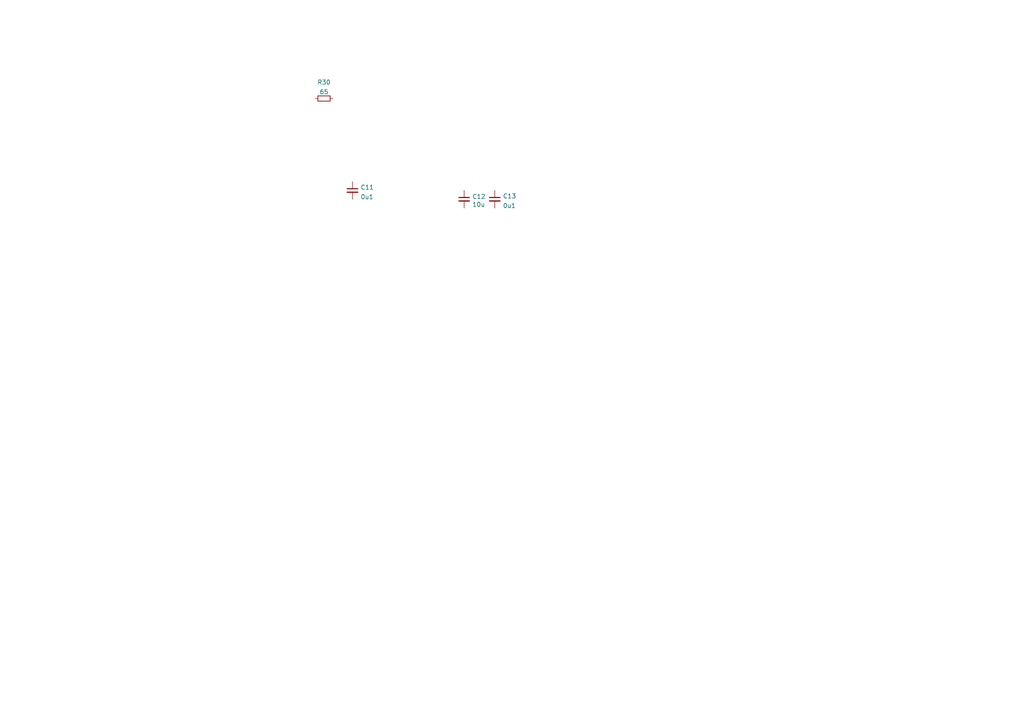
<source format=kicad_sch>
(kicad_sch (version 20210621) (generator eeschema)
  (paper "A4")
  (lib_symbols
    (symbol "Device:C_Small" (pin_numbers hide) (pin_names (offset 0.254) hide)
      (property "Reference" "C" (at 0.254 1.778 0))
      (property "Value" "C_Small" (at 0.254 -2.032 0))
      (symbol "C_Small_0_1"
        (polyline (pts (xy -1.524 -0.508) (xy 1.524 -0.508)) (stroke (width 0.3302)))
        (polyline (pts (xy -1.524 0.508) (xy 1.524 0.508)) (stroke (width 0.3048)))
      )
      (symbol "C_Small_1_1"
        (pin passive line (at 0 2.54 270) (length 2.032) (name "~") (number "1"))
        (pin passive line (at 0 -2.54 90) (length 2.032) (name "~") (number "2"))
      )
    )
    (symbol "Device:R_Small" (pin_numbers hide) (pin_names (offset 0.254) hide)
      (property "Reference" "R" (at 0.762 0.508 0))
      (property "Value" "R_Small" (at 0.762 -1.016 0))
      (symbol "R_Small_0_1"
        (rectangle (start -0.762 1.778) (end 0.762 -1.778) (stroke (width 0.2032)))
      )
      (symbol "R_Small_1_1"
        (pin passive line (at 0 2.54 270) (length 0.762) (name "~") (number "1"))
        (pin passive line (at 0 -2.54 90) (length 0.762) (name "~") (number "2"))
      )
    )
  )
  (symbol (lib_id "Device:R_Small") (at 93.98 28.575 90) (unit 1)
    (property "Reference" "R30" (at 93.98 23.8718 90))
    (property "Value" "65" (at 93.98 26.6469 90))
    (property "Footprint" "Resistor_SMD:R_0603_1608Metric" (effects hide))
    (property "LCSC Part" "C23032" (effects hide))
  )
  (symbol (lib_id "Device:C_Small") (at 102.235 55.245 0) (unit 1)
    (property "Reference" "C11" (at 104.5592 54.3365 0) (effects (justify left)))
    (property "Value" "0u1" (at 104.5592 57.1116 0) (effects (justify left)))
    (property "Footprint" "Capacitor_SMD:C_0603_1608Metric" (effects hide))
    (property "LCSC Part" "C14663" (effects hide))
  )
  (symbol (lib_id "Device:C_Small") (at 134.62 57.785 0) (unit 1)
    (property "Reference" "C12" (at 136.9442 57.0241 0) (effects (justify left)))
    (property "Value" "10u" (at 136.9442 59.3228 0) (effects (justify left)))
    (property "Footprint" "Capacitor_SMD:C_0603_1608Metric" (effects hide))
    (property "LCSC Part" "C19702" (effects hide))
  )
  (symbol (lib_id "Device:C_Small") (at 143.51 57.785 0) (unit 1)
    (property "Reference" "C13" (at 145.8342 56.8765 0) (effects (justify left)))
    (property "Value" "0u1" (at 145.8342 59.6516 0) (effects (justify left)))
    (property "Footprint" "Capacitor_SMD:C_0603_1608Metric" (effects hide))
    (property "LCSC Part" "C14663" (effects hide))
  )
)
</source>
